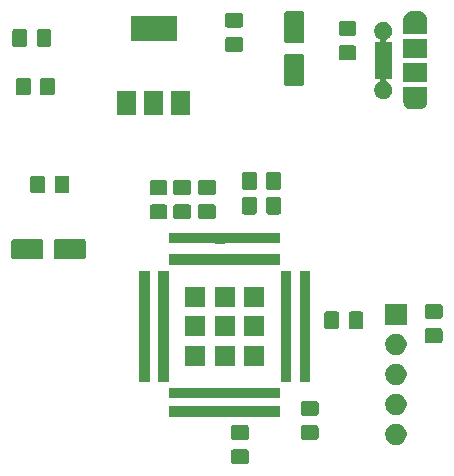
<source format=gbr>
G04 #@! TF.GenerationSoftware,KiCad,Pcbnew,(5.1.5)-3*
G04 #@! TF.CreationDate,2020-02-03T12:38:55+01:00*
G04 #@! TF.ProjectId,Lab_1,4c61625f-312e-46b6-9963-61645f706362,rev?*
G04 #@! TF.SameCoordinates,Original*
G04 #@! TF.FileFunction,Soldermask,Top*
G04 #@! TF.FilePolarity,Negative*
%FSLAX46Y46*%
G04 Gerber Fmt 4.6, Leading zero omitted, Abs format (unit mm)*
G04 Created by KiCad (PCBNEW (5.1.5)-3) date 2020-02-03 12:38:55*
%MOMM*%
%LPD*%
G04 APERTURE LIST*
%ADD10C,0.100000*%
G04 APERTURE END LIST*
D10*
G36*
X467788674Y-22128465D02*
G01*
X467826367Y-22139899D01*
X467861103Y-22158466D01*
X467891548Y-22183452D01*
X467916534Y-22213897D01*
X467935101Y-22248633D01*
X467946535Y-22286326D01*
X467951000Y-22331661D01*
X467951000Y-23168339D01*
X467946535Y-23213674D01*
X467935101Y-23251367D01*
X467916534Y-23286103D01*
X467891548Y-23316548D01*
X467861103Y-23341534D01*
X467826367Y-23360101D01*
X467788674Y-23371535D01*
X467743339Y-23376000D01*
X466656661Y-23376000D01*
X466611326Y-23371535D01*
X466573633Y-23360101D01*
X466538897Y-23341534D01*
X466508452Y-23316548D01*
X466483466Y-23286103D01*
X466464899Y-23251367D01*
X466453465Y-23213674D01*
X466449000Y-23168339D01*
X466449000Y-22331661D01*
X466453465Y-22286326D01*
X466464899Y-22248633D01*
X466483466Y-22213897D01*
X466508452Y-22183452D01*
X466538897Y-22158466D01*
X466573633Y-22139899D01*
X466611326Y-22128465D01*
X466656661Y-22124000D01*
X467743339Y-22124000D01*
X467788674Y-22128465D01*
G37*
G36*
X480513512Y-19963927D02*
G01*
X480662812Y-19993624D01*
X480826784Y-20061544D01*
X480974354Y-20160147D01*
X481099853Y-20285646D01*
X481198456Y-20433216D01*
X481266376Y-20597188D01*
X481301000Y-20771259D01*
X481301000Y-20948741D01*
X481266376Y-21122812D01*
X481198456Y-21286784D01*
X481099853Y-21434354D01*
X480974354Y-21559853D01*
X480826784Y-21658456D01*
X480662812Y-21726376D01*
X480513512Y-21756073D01*
X480488742Y-21761000D01*
X480311258Y-21761000D01*
X480286488Y-21756073D01*
X480137188Y-21726376D01*
X479973216Y-21658456D01*
X479825646Y-21559853D01*
X479700147Y-21434354D01*
X479601544Y-21286784D01*
X479533624Y-21122812D01*
X479499000Y-20948741D01*
X479499000Y-20771259D01*
X479533624Y-20597188D01*
X479601544Y-20433216D01*
X479700147Y-20285646D01*
X479825646Y-20160147D01*
X479973216Y-20061544D01*
X480137188Y-19993624D01*
X480286488Y-19963927D01*
X480311258Y-19959000D01*
X480488742Y-19959000D01*
X480513512Y-19963927D01*
G37*
G36*
X473688674Y-20078465D02*
G01*
X473726367Y-20089899D01*
X473761103Y-20108466D01*
X473791548Y-20133452D01*
X473816534Y-20163897D01*
X473835101Y-20198633D01*
X473846535Y-20236326D01*
X473851000Y-20281661D01*
X473851000Y-21118339D01*
X473846535Y-21163674D01*
X473835101Y-21201367D01*
X473816534Y-21236103D01*
X473791548Y-21266548D01*
X473761103Y-21291534D01*
X473726367Y-21310101D01*
X473688674Y-21321535D01*
X473643339Y-21326000D01*
X472556661Y-21326000D01*
X472511326Y-21321535D01*
X472473633Y-21310101D01*
X472438897Y-21291534D01*
X472408452Y-21266548D01*
X472383466Y-21236103D01*
X472364899Y-21201367D01*
X472353465Y-21163674D01*
X472349000Y-21118339D01*
X472349000Y-20281661D01*
X472353465Y-20236326D01*
X472364899Y-20198633D01*
X472383466Y-20163897D01*
X472408452Y-20133452D01*
X472438897Y-20108466D01*
X472473633Y-20089899D01*
X472511326Y-20078465D01*
X472556661Y-20074000D01*
X473643339Y-20074000D01*
X473688674Y-20078465D01*
G37*
G36*
X467788674Y-20078465D02*
G01*
X467826367Y-20089899D01*
X467861103Y-20108466D01*
X467891548Y-20133452D01*
X467916534Y-20163897D01*
X467935101Y-20198633D01*
X467946535Y-20236326D01*
X467951000Y-20281661D01*
X467951000Y-21118339D01*
X467946535Y-21163674D01*
X467935101Y-21201367D01*
X467916534Y-21236103D01*
X467891548Y-21266548D01*
X467861103Y-21291534D01*
X467826367Y-21310101D01*
X467788674Y-21321535D01*
X467743339Y-21326000D01*
X466656661Y-21326000D01*
X466611326Y-21321535D01*
X466573633Y-21310101D01*
X466538897Y-21291534D01*
X466508452Y-21266548D01*
X466483466Y-21236103D01*
X466464899Y-21201367D01*
X466453465Y-21163674D01*
X466449000Y-21118339D01*
X466449000Y-20281661D01*
X466453465Y-20236326D01*
X466464899Y-20198633D01*
X466483466Y-20163897D01*
X466508452Y-20133452D01*
X466538897Y-20108466D01*
X466573633Y-20089899D01*
X466611326Y-20078465D01*
X466656661Y-20074000D01*
X467743339Y-20074000D01*
X467788674Y-20078465D01*
G37*
G36*
X470602044Y-19395333D02*
G01*
X461200044Y-19395333D01*
X461200044Y-18493333D01*
X470602044Y-18493333D01*
X470602044Y-19395333D01*
G37*
G36*
X473688674Y-18028465D02*
G01*
X473726367Y-18039899D01*
X473761103Y-18058466D01*
X473791548Y-18083452D01*
X473816534Y-18113897D01*
X473835101Y-18148633D01*
X473846535Y-18186326D01*
X473851000Y-18231661D01*
X473851000Y-19068339D01*
X473846535Y-19113674D01*
X473835101Y-19151367D01*
X473816534Y-19186103D01*
X473791548Y-19216548D01*
X473761103Y-19241534D01*
X473726367Y-19260101D01*
X473688674Y-19271535D01*
X473643339Y-19276000D01*
X472556661Y-19276000D01*
X472511326Y-19271535D01*
X472473633Y-19260101D01*
X472438897Y-19241534D01*
X472408452Y-19216548D01*
X472383466Y-19186103D01*
X472364899Y-19151367D01*
X472353465Y-19113674D01*
X472349000Y-19068339D01*
X472349000Y-18231661D01*
X472353465Y-18186326D01*
X472364899Y-18148633D01*
X472383466Y-18113897D01*
X472408452Y-18083452D01*
X472438897Y-18058466D01*
X472473633Y-18039899D01*
X472511326Y-18028465D01*
X472556661Y-18024000D01*
X473643339Y-18024000D01*
X473688674Y-18028465D01*
G37*
G36*
X480513512Y-17423927D02*
G01*
X480662812Y-17453624D01*
X480826784Y-17521544D01*
X480974354Y-17620147D01*
X481099853Y-17745646D01*
X481198456Y-17893216D01*
X481266376Y-18057188D01*
X481301000Y-18231259D01*
X481301000Y-18408741D01*
X481266376Y-18582812D01*
X481198456Y-18746784D01*
X481099853Y-18894354D01*
X480974354Y-19019853D01*
X480826784Y-19118456D01*
X480662812Y-19186376D01*
X480513512Y-19216073D01*
X480488742Y-19221000D01*
X480311258Y-19221000D01*
X480286488Y-19216073D01*
X480137188Y-19186376D01*
X479973216Y-19118456D01*
X479825646Y-19019853D01*
X479700147Y-18894354D01*
X479601544Y-18746784D01*
X479533624Y-18582812D01*
X479499000Y-18408741D01*
X479499000Y-18231259D01*
X479533624Y-18057188D01*
X479601544Y-17893216D01*
X479700147Y-17745646D01*
X479825646Y-17620147D01*
X479973216Y-17521544D01*
X480137188Y-17453624D01*
X480286488Y-17423927D01*
X480311258Y-17419000D01*
X480488742Y-17419000D01*
X480513512Y-17423927D01*
G37*
G36*
X470601000Y-17801000D02*
G01*
X461199000Y-17801000D01*
X461199000Y-16899000D01*
X470601000Y-16899000D01*
X470601000Y-17801000D01*
G37*
G36*
X480513512Y-14883927D02*
G01*
X480662812Y-14913624D01*
X480826784Y-14981544D01*
X480974354Y-15080147D01*
X481099853Y-15205646D01*
X481198456Y-15353216D01*
X481266376Y-15517188D01*
X481301000Y-15691259D01*
X481301000Y-15868741D01*
X481266376Y-16042812D01*
X481198456Y-16206784D01*
X481099853Y-16354354D01*
X480974354Y-16479853D01*
X480826784Y-16578456D01*
X480662812Y-16646376D01*
X480513512Y-16676073D01*
X480488742Y-16681000D01*
X480311258Y-16681000D01*
X480286488Y-16676073D01*
X480137188Y-16646376D01*
X479973216Y-16578456D01*
X479825646Y-16479853D01*
X479700147Y-16354354D01*
X479601544Y-16206784D01*
X479533624Y-16042812D01*
X479499000Y-15868741D01*
X479499000Y-15691259D01*
X479533624Y-15517188D01*
X479601544Y-15353216D01*
X479700147Y-15205646D01*
X479825646Y-15080147D01*
X479973216Y-14981544D01*
X480137188Y-14913624D01*
X480286488Y-14883927D01*
X480311258Y-14879000D01*
X480488742Y-14879000D01*
X480513512Y-14883927D01*
G37*
G36*
X459561000Y-16401000D02*
G01*
X458659000Y-16401000D01*
X458659000Y-6999000D01*
X459561000Y-6999000D01*
X459561000Y-16401000D01*
G37*
G36*
X461151000Y-16401000D02*
G01*
X460249000Y-16401000D01*
X460249000Y-6999000D01*
X461151000Y-6999000D01*
X461151000Y-16401000D01*
G37*
G36*
X473151000Y-16401000D02*
G01*
X472249000Y-16401000D01*
X472249000Y-6999000D01*
X473151000Y-6999000D01*
X473151000Y-16401000D01*
G37*
G36*
X471551000Y-16401000D02*
G01*
X470649000Y-16401000D01*
X470649000Y-6999000D01*
X471551000Y-6999000D01*
X471551000Y-16401000D01*
G37*
G36*
X466751000Y-15051000D02*
G01*
X465049000Y-15051000D01*
X465049000Y-13349000D01*
X466751000Y-13349000D01*
X466751000Y-15051000D01*
G37*
G36*
X469251000Y-15051000D02*
G01*
X467549000Y-15051000D01*
X467549000Y-13349000D01*
X469251000Y-13349000D01*
X469251000Y-15051000D01*
G37*
G36*
X464251000Y-15051000D02*
G01*
X462549000Y-15051000D01*
X462549000Y-13349000D01*
X464251000Y-13349000D01*
X464251000Y-15051000D01*
G37*
G36*
X480513512Y-12343927D02*
G01*
X480662812Y-12373624D01*
X480826784Y-12441544D01*
X480974354Y-12540147D01*
X481099853Y-12665646D01*
X481198456Y-12813216D01*
X481266376Y-12977188D01*
X481301000Y-13151259D01*
X481301000Y-13328741D01*
X481266376Y-13502812D01*
X481198456Y-13666784D01*
X481099853Y-13814354D01*
X480974354Y-13939853D01*
X480826784Y-14038456D01*
X480662812Y-14106376D01*
X480513512Y-14136073D01*
X480488742Y-14141000D01*
X480311258Y-14141000D01*
X480286488Y-14136073D01*
X480137188Y-14106376D01*
X479973216Y-14038456D01*
X479825646Y-13939853D01*
X479700147Y-13814354D01*
X479601544Y-13666784D01*
X479533624Y-13502812D01*
X479499000Y-13328741D01*
X479499000Y-13151259D01*
X479533624Y-12977188D01*
X479601544Y-12813216D01*
X479700147Y-12665646D01*
X479825646Y-12540147D01*
X479973216Y-12441544D01*
X480137188Y-12373624D01*
X480286488Y-12343927D01*
X480311258Y-12339000D01*
X480488742Y-12339000D01*
X480513512Y-12343927D01*
G37*
G36*
X484188674Y-11878465D02*
G01*
X484226367Y-11889899D01*
X484261103Y-11908466D01*
X484291548Y-11933452D01*
X484316534Y-11963897D01*
X484335101Y-11998633D01*
X484346535Y-12036326D01*
X484351000Y-12081661D01*
X484351000Y-12918339D01*
X484346535Y-12963674D01*
X484335101Y-13001367D01*
X484316534Y-13036103D01*
X484291548Y-13066548D01*
X484261103Y-13091534D01*
X484226367Y-13110101D01*
X484188674Y-13121535D01*
X484143339Y-13126000D01*
X483056661Y-13126000D01*
X483011326Y-13121535D01*
X482973633Y-13110101D01*
X482938897Y-13091534D01*
X482908452Y-13066548D01*
X482883466Y-13036103D01*
X482864899Y-13001367D01*
X482853465Y-12963674D01*
X482849000Y-12918339D01*
X482849000Y-12081661D01*
X482853465Y-12036326D01*
X482864899Y-11998633D01*
X482883466Y-11963897D01*
X482908452Y-11933452D01*
X482938897Y-11908466D01*
X482973633Y-11889899D01*
X483011326Y-11878465D01*
X483056661Y-11874000D01*
X484143339Y-11874000D01*
X484188674Y-11878465D01*
G37*
G36*
X469251000Y-12551000D02*
G01*
X467549000Y-12551000D01*
X467549000Y-10849000D01*
X469251000Y-10849000D01*
X469251000Y-12551000D01*
G37*
G36*
X466751000Y-12551000D02*
G01*
X465049000Y-12551000D01*
X465049000Y-10849000D01*
X466751000Y-10849000D01*
X466751000Y-12551000D01*
G37*
G36*
X464251000Y-12551000D02*
G01*
X462549000Y-12551000D01*
X462549000Y-10849000D01*
X464251000Y-10849000D01*
X464251000Y-12551000D01*
G37*
G36*
X475438674Y-10453465D02*
G01*
X475476367Y-10464899D01*
X475511103Y-10483466D01*
X475541548Y-10508452D01*
X475566534Y-10538897D01*
X475585101Y-10573633D01*
X475596535Y-10611326D01*
X475601000Y-10656661D01*
X475601000Y-11743339D01*
X475596535Y-11788674D01*
X475585101Y-11826367D01*
X475566534Y-11861103D01*
X475541548Y-11891548D01*
X475511103Y-11916534D01*
X475476367Y-11935101D01*
X475438674Y-11946535D01*
X475393339Y-11951000D01*
X474556661Y-11951000D01*
X474511326Y-11946535D01*
X474473633Y-11935101D01*
X474438897Y-11916534D01*
X474408452Y-11891548D01*
X474383466Y-11861103D01*
X474364899Y-11826367D01*
X474353465Y-11788674D01*
X474349000Y-11743339D01*
X474349000Y-10656661D01*
X474353465Y-10611326D01*
X474364899Y-10573633D01*
X474383466Y-10538897D01*
X474408452Y-10508452D01*
X474438897Y-10483466D01*
X474473633Y-10464899D01*
X474511326Y-10453465D01*
X474556661Y-10449000D01*
X475393339Y-10449000D01*
X475438674Y-10453465D01*
G37*
G36*
X477488674Y-10453465D02*
G01*
X477526367Y-10464899D01*
X477561103Y-10483466D01*
X477591548Y-10508452D01*
X477616534Y-10538897D01*
X477635101Y-10573633D01*
X477646535Y-10611326D01*
X477651000Y-10656661D01*
X477651000Y-11743339D01*
X477646535Y-11788674D01*
X477635101Y-11826367D01*
X477616534Y-11861103D01*
X477591548Y-11891548D01*
X477561103Y-11916534D01*
X477526367Y-11935101D01*
X477488674Y-11946535D01*
X477443339Y-11951000D01*
X476606661Y-11951000D01*
X476561326Y-11946535D01*
X476523633Y-11935101D01*
X476488897Y-11916534D01*
X476458452Y-11891548D01*
X476433466Y-11861103D01*
X476414899Y-11826367D01*
X476403465Y-11788674D01*
X476399000Y-11743339D01*
X476399000Y-10656661D01*
X476403465Y-10611326D01*
X476414899Y-10573633D01*
X476433466Y-10538897D01*
X476458452Y-10508452D01*
X476488897Y-10483466D01*
X476523633Y-10464899D01*
X476561326Y-10453465D01*
X476606661Y-10449000D01*
X477443339Y-10449000D01*
X477488674Y-10453465D01*
G37*
G36*
X481301000Y-11601000D02*
G01*
X479499000Y-11601000D01*
X479499000Y-9799000D01*
X481301000Y-9799000D01*
X481301000Y-11601000D01*
G37*
G36*
X484188674Y-9828465D02*
G01*
X484226367Y-9839899D01*
X484261103Y-9858466D01*
X484291548Y-9883452D01*
X484316534Y-9913897D01*
X484335101Y-9948633D01*
X484346535Y-9986326D01*
X484351000Y-10031661D01*
X484351000Y-10868339D01*
X484346535Y-10913674D01*
X484335101Y-10951367D01*
X484316534Y-10986103D01*
X484291548Y-11016548D01*
X484261103Y-11041534D01*
X484226367Y-11060101D01*
X484188674Y-11071535D01*
X484143339Y-11076000D01*
X483056661Y-11076000D01*
X483011326Y-11071535D01*
X482973633Y-11060101D01*
X482938897Y-11041534D01*
X482908452Y-11016548D01*
X482883466Y-10986103D01*
X482864899Y-10951367D01*
X482853465Y-10913674D01*
X482849000Y-10868339D01*
X482849000Y-10031661D01*
X482853465Y-9986326D01*
X482864899Y-9948633D01*
X482883466Y-9913897D01*
X482908452Y-9883452D01*
X482938897Y-9858466D01*
X482973633Y-9839899D01*
X483011326Y-9828465D01*
X483056661Y-9824000D01*
X484143339Y-9824000D01*
X484188674Y-9828465D01*
G37*
G36*
X464251000Y-10051000D02*
G01*
X462549000Y-10051000D01*
X462549000Y-8349000D01*
X464251000Y-8349000D01*
X464251000Y-10051000D01*
G37*
G36*
X466751000Y-10051000D02*
G01*
X465049000Y-10051000D01*
X465049000Y-8349000D01*
X466751000Y-8349000D01*
X466751000Y-10051000D01*
G37*
G36*
X469251000Y-10051000D02*
G01*
X467549000Y-10051000D01*
X467549000Y-8349000D01*
X469251000Y-8349000D01*
X469251000Y-10051000D01*
G37*
G36*
X470601000Y-6501000D02*
G01*
X461199000Y-6501000D01*
X461199000Y-5599000D01*
X470601000Y-5599000D01*
X470601000Y-6501000D01*
G37*
G36*
X454005997Y-4353051D02*
G01*
X454039652Y-4363261D01*
X454070665Y-4379838D01*
X454097851Y-4402149D01*
X454120162Y-4429335D01*
X454136739Y-4460348D01*
X454146949Y-4494003D01*
X454151000Y-4535138D01*
X454151000Y-5864862D01*
X454146949Y-5905997D01*
X454136739Y-5939652D01*
X454120162Y-5970665D01*
X454097851Y-5997851D01*
X454070665Y-6020162D01*
X454039652Y-6036739D01*
X454005997Y-6046949D01*
X453964862Y-6051000D01*
X451635138Y-6051000D01*
X451594003Y-6046949D01*
X451560348Y-6036739D01*
X451529335Y-6020162D01*
X451502149Y-5997851D01*
X451479838Y-5970665D01*
X451463261Y-5939652D01*
X451453051Y-5905997D01*
X451449000Y-5864862D01*
X451449000Y-4535138D01*
X451453051Y-4494003D01*
X451463261Y-4460348D01*
X451479838Y-4429335D01*
X451502149Y-4402149D01*
X451529335Y-4379838D01*
X451560348Y-4363261D01*
X451594003Y-4353051D01*
X451635138Y-4349000D01*
X453964862Y-4349000D01*
X454005997Y-4353051D01*
G37*
G36*
X450405997Y-4353051D02*
G01*
X450439652Y-4363261D01*
X450470665Y-4379838D01*
X450497851Y-4402149D01*
X450520162Y-4429335D01*
X450536739Y-4460348D01*
X450546949Y-4494003D01*
X450551000Y-4535138D01*
X450551000Y-5864862D01*
X450546949Y-5905997D01*
X450536739Y-5939652D01*
X450520162Y-5970665D01*
X450497851Y-5997851D01*
X450470665Y-6020162D01*
X450439652Y-6036739D01*
X450405997Y-6046949D01*
X450364862Y-6051000D01*
X448035138Y-6051000D01*
X447994003Y-6046949D01*
X447960348Y-6036739D01*
X447929335Y-6020162D01*
X447902149Y-5997851D01*
X447879838Y-5970665D01*
X447863261Y-5939652D01*
X447853051Y-5905997D01*
X447849000Y-5864862D01*
X447849000Y-4535138D01*
X447853051Y-4494003D01*
X447863261Y-4460348D01*
X447879838Y-4429335D01*
X447902149Y-4402149D01*
X447929335Y-4379838D01*
X447960348Y-4363261D01*
X447994003Y-4353051D01*
X448035138Y-4349000D01*
X450364862Y-4349000D01*
X450405997Y-4353051D01*
G37*
G36*
X465078164Y-3799485D02*
G01*
X465101613Y-3806598D01*
X465125999Y-3809000D01*
X465874001Y-3809000D01*
X465898387Y-3806598D01*
X465921836Y-3799485D01*
X465922743Y-3799000D01*
X470601000Y-3799000D01*
X470601000Y-4701000D01*
X465925999Y-4701000D01*
X465901613Y-4703402D01*
X465878164Y-4710515D01*
X465877257Y-4711000D01*
X465122743Y-4711000D01*
X465121836Y-4710515D01*
X465098387Y-4703402D01*
X465074001Y-4701000D01*
X461199000Y-4701000D01*
X461199000Y-3799000D01*
X465077257Y-3799000D01*
X465078164Y-3799485D01*
G37*
G36*
X460888674Y-1403465D02*
G01*
X460926367Y-1414899D01*
X460961103Y-1433466D01*
X460991548Y-1458452D01*
X461016534Y-1488897D01*
X461035101Y-1523633D01*
X461046535Y-1561326D01*
X461051000Y-1606661D01*
X461051000Y-2443339D01*
X461046535Y-2488674D01*
X461035101Y-2526367D01*
X461016534Y-2561103D01*
X460991548Y-2591548D01*
X460961103Y-2616534D01*
X460926367Y-2635101D01*
X460888674Y-2646535D01*
X460843339Y-2651000D01*
X459756661Y-2651000D01*
X459711326Y-2646535D01*
X459673633Y-2635101D01*
X459638897Y-2616534D01*
X459608452Y-2591548D01*
X459583466Y-2561103D01*
X459564899Y-2526367D01*
X459553465Y-2488674D01*
X459549000Y-2443339D01*
X459549000Y-1606661D01*
X459553465Y-1561326D01*
X459564899Y-1523633D01*
X459583466Y-1488897D01*
X459608452Y-1458452D01*
X459638897Y-1433466D01*
X459673633Y-1414899D01*
X459711326Y-1403465D01*
X459756661Y-1399000D01*
X460843339Y-1399000D01*
X460888674Y-1403465D01*
G37*
G36*
X464988674Y-1378465D02*
G01*
X465026367Y-1389899D01*
X465061103Y-1408466D01*
X465091548Y-1433452D01*
X465116534Y-1463897D01*
X465135101Y-1498633D01*
X465146535Y-1536326D01*
X465151000Y-1581661D01*
X465151000Y-2418339D01*
X465146535Y-2463674D01*
X465135101Y-2501367D01*
X465116534Y-2536103D01*
X465091548Y-2566548D01*
X465061103Y-2591534D01*
X465026367Y-2610101D01*
X464988674Y-2621535D01*
X464943339Y-2626000D01*
X463856661Y-2626000D01*
X463811326Y-2621535D01*
X463773633Y-2610101D01*
X463738897Y-2591534D01*
X463708452Y-2566548D01*
X463683466Y-2536103D01*
X463664899Y-2501367D01*
X463653465Y-2463674D01*
X463649000Y-2418339D01*
X463649000Y-1581661D01*
X463653465Y-1536326D01*
X463664899Y-1498633D01*
X463683466Y-1463897D01*
X463708452Y-1433452D01*
X463738897Y-1408466D01*
X463773633Y-1389899D01*
X463811326Y-1378465D01*
X463856661Y-1374000D01*
X464943339Y-1374000D01*
X464988674Y-1378465D01*
G37*
G36*
X462888674Y-1378465D02*
G01*
X462926367Y-1389899D01*
X462961103Y-1408466D01*
X462991548Y-1433452D01*
X463016534Y-1463897D01*
X463035101Y-1498633D01*
X463046535Y-1536326D01*
X463051000Y-1581661D01*
X463051000Y-2418339D01*
X463046535Y-2463674D01*
X463035101Y-2501367D01*
X463016534Y-2536103D01*
X462991548Y-2566548D01*
X462961103Y-2591534D01*
X462926367Y-2610101D01*
X462888674Y-2621535D01*
X462843339Y-2626000D01*
X461756661Y-2626000D01*
X461711326Y-2621535D01*
X461673633Y-2610101D01*
X461638897Y-2591534D01*
X461608452Y-2566548D01*
X461583466Y-2536103D01*
X461564899Y-2501367D01*
X461553465Y-2463674D01*
X461549000Y-2418339D01*
X461549000Y-1581661D01*
X461553465Y-1536326D01*
X461564899Y-1498633D01*
X461583466Y-1463897D01*
X461608452Y-1433452D01*
X461638897Y-1408466D01*
X461673633Y-1389899D01*
X461711326Y-1378465D01*
X461756661Y-1374000D01*
X462843339Y-1374000D01*
X462888674Y-1378465D01*
G37*
G36*
X468463674Y-753465D02*
G01*
X468501367Y-764899D01*
X468536103Y-783466D01*
X468566548Y-808452D01*
X468591534Y-838897D01*
X468610101Y-873633D01*
X468621535Y-911326D01*
X468626000Y-956661D01*
X468626000Y-2043339D01*
X468621535Y-2088674D01*
X468610101Y-2126367D01*
X468591534Y-2161103D01*
X468566548Y-2191548D01*
X468536103Y-2216534D01*
X468501367Y-2235101D01*
X468463674Y-2246535D01*
X468418339Y-2251000D01*
X467581661Y-2251000D01*
X467536326Y-2246535D01*
X467498633Y-2235101D01*
X467463897Y-2216534D01*
X467433452Y-2191548D01*
X467408466Y-2161103D01*
X467389899Y-2126367D01*
X467378465Y-2088674D01*
X467374000Y-2043339D01*
X467374000Y-956661D01*
X467378465Y-911326D01*
X467389899Y-873633D01*
X467408466Y-838897D01*
X467433452Y-808452D01*
X467463897Y-783466D01*
X467498633Y-764899D01*
X467536326Y-753465D01*
X467581661Y-749000D01*
X468418339Y-749000D01*
X468463674Y-753465D01*
G37*
G36*
X470513674Y-753465D02*
G01*
X470551367Y-764899D01*
X470586103Y-783466D01*
X470616548Y-808452D01*
X470641534Y-838897D01*
X470660101Y-873633D01*
X470671535Y-911326D01*
X470676000Y-956661D01*
X470676000Y-2043339D01*
X470671535Y-2088674D01*
X470660101Y-2126367D01*
X470641534Y-2161103D01*
X470616548Y-2191548D01*
X470586103Y-2216534D01*
X470551367Y-2235101D01*
X470513674Y-2246535D01*
X470468339Y-2251000D01*
X469631661Y-2251000D01*
X469586326Y-2246535D01*
X469548633Y-2235101D01*
X469513897Y-2216534D01*
X469483452Y-2191548D01*
X469458466Y-2161103D01*
X469439899Y-2126367D01*
X469428465Y-2088674D01*
X469424000Y-2043339D01*
X469424000Y-956661D01*
X469428465Y-911326D01*
X469439899Y-873633D01*
X469458466Y-838897D01*
X469483452Y-808452D01*
X469513897Y-783466D01*
X469548633Y-764899D01*
X469586326Y-753465D01*
X469631661Y-749000D01*
X470468339Y-749000D01*
X470513674Y-753465D01*
G37*
G36*
X460888674Y646535D02*
G01*
X460926367Y635101D01*
X460961103Y616534D01*
X460991548Y591548D01*
X461016534Y561103D01*
X461035101Y526367D01*
X461046535Y488674D01*
X461051000Y443339D01*
X461051000Y-393339D01*
X461046535Y-438674D01*
X461035101Y-476367D01*
X461016534Y-511103D01*
X460991548Y-541548D01*
X460961103Y-566534D01*
X460926367Y-585101D01*
X460888674Y-596535D01*
X460843339Y-601000D01*
X459756661Y-601000D01*
X459711326Y-596535D01*
X459673633Y-585101D01*
X459638897Y-566534D01*
X459608452Y-541548D01*
X459583466Y-511103D01*
X459564899Y-476367D01*
X459553465Y-438674D01*
X459549000Y-393339D01*
X459549000Y443339D01*
X459553465Y488674D01*
X459564899Y526367D01*
X459583466Y561103D01*
X459608452Y591548D01*
X459638897Y616534D01*
X459673633Y635101D01*
X459711326Y646535D01*
X459756661Y651000D01*
X460843339Y651000D01*
X460888674Y646535D01*
G37*
G36*
X462888674Y671535D02*
G01*
X462926367Y660101D01*
X462961103Y641534D01*
X462991548Y616548D01*
X463016534Y586103D01*
X463035101Y551367D01*
X463046535Y513674D01*
X463051000Y468339D01*
X463051000Y-368339D01*
X463046535Y-413674D01*
X463035101Y-451367D01*
X463016534Y-486103D01*
X462991548Y-516548D01*
X462961103Y-541534D01*
X462926367Y-560101D01*
X462888674Y-571535D01*
X462843339Y-576000D01*
X461756661Y-576000D01*
X461711326Y-571535D01*
X461673633Y-560101D01*
X461638897Y-541534D01*
X461608452Y-516548D01*
X461583466Y-486103D01*
X461564899Y-451367D01*
X461553465Y-413674D01*
X461549000Y-368339D01*
X461549000Y468339D01*
X461553465Y513674D01*
X461564899Y551367D01*
X461583466Y586103D01*
X461608452Y616548D01*
X461638897Y641534D01*
X461673633Y660101D01*
X461711326Y671535D01*
X461756661Y676000D01*
X462843339Y676000D01*
X462888674Y671535D01*
G37*
G36*
X464988674Y671535D02*
G01*
X465026367Y660101D01*
X465061103Y641534D01*
X465091548Y616548D01*
X465116534Y586103D01*
X465135101Y551367D01*
X465146535Y513674D01*
X465151000Y468339D01*
X465151000Y-368339D01*
X465146535Y-413674D01*
X465135101Y-451367D01*
X465116534Y-486103D01*
X465091548Y-516548D01*
X465061103Y-541534D01*
X465026367Y-560101D01*
X464988674Y-571535D01*
X464943339Y-576000D01*
X463856661Y-576000D01*
X463811326Y-571535D01*
X463773633Y-560101D01*
X463738897Y-541534D01*
X463708452Y-516548D01*
X463683466Y-486103D01*
X463664899Y-451367D01*
X463653465Y-413674D01*
X463649000Y-368339D01*
X463649000Y468339D01*
X463653465Y513674D01*
X463664899Y551367D01*
X463683466Y586103D01*
X463708452Y616548D01*
X463738897Y641534D01*
X463773633Y660101D01*
X463811326Y671535D01*
X463856661Y676000D01*
X464943339Y676000D01*
X464988674Y671535D01*
G37*
G36*
X450538674Y1046535D02*
G01*
X450576367Y1035101D01*
X450611103Y1016534D01*
X450641548Y991548D01*
X450666534Y961103D01*
X450685101Y926367D01*
X450696535Y888674D01*
X450701000Y843339D01*
X450701000Y-243339D01*
X450696535Y-288674D01*
X450685101Y-326367D01*
X450666534Y-361103D01*
X450641548Y-391548D01*
X450611103Y-416534D01*
X450576367Y-435101D01*
X450538674Y-446535D01*
X450493339Y-451000D01*
X449656661Y-451000D01*
X449611326Y-446535D01*
X449573633Y-435101D01*
X449538897Y-416534D01*
X449508452Y-391548D01*
X449483466Y-361103D01*
X449464899Y-326367D01*
X449453465Y-288674D01*
X449449000Y-243339D01*
X449449000Y843339D01*
X449453465Y888674D01*
X449464899Y926367D01*
X449483466Y961103D01*
X449508452Y991548D01*
X449538897Y1016534D01*
X449573633Y1035101D01*
X449611326Y1046535D01*
X449656661Y1051000D01*
X450493339Y1051000D01*
X450538674Y1046535D01*
G37*
G36*
X452588674Y1046535D02*
G01*
X452626367Y1035101D01*
X452661103Y1016534D01*
X452691548Y991548D01*
X452716534Y961103D01*
X452735101Y926367D01*
X452746535Y888674D01*
X452751000Y843339D01*
X452751000Y-243339D01*
X452746535Y-288674D01*
X452735101Y-326367D01*
X452716534Y-361103D01*
X452691548Y-391548D01*
X452661103Y-416534D01*
X452626367Y-435101D01*
X452588674Y-446535D01*
X452543339Y-451000D01*
X451706661Y-451000D01*
X451661326Y-446535D01*
X451623633Y-435101D01*
X451588897Y-416534D01*
X451558452Y-391548D01*
X451533466Y-361103D01*
X451514899Y-326367D01*
X451503465Y-288674D01*
X451499000Y-243339D01*
X451499000Y843339D01*
X451503465Y888674D01*
X451514899Y926367D01*
X451533466Y961103D01*
X451558452Y991548D01*
X451588897Y1016534D01*
X451623633Y1035101D01*
X451661326Y1046535D01*
X451706661Y1051000D01*
X452543339Y1051000D01*
X452588674Y1046535D01*
G37*
G36*
X468463674Y1346535D02*
G01*
X468501367Y1335101D01*
X468536103Y1316534D01*
X468566548Y1291548D01*
X468591534Y1261103D01*
X468610101Y1226367D01*
X468621535Y1188674D01*
X468626000Y1143339D01*
X468626000Y56661D01*
X468621535Y11326D01*
X468610101Y-26367D01*
X468591534Y-61103D01*
X468566548Y-91548D01*
X468536103Y-116534D01*
X468501367Y-135101D01*
X468463674Y-146535D01*
X468418339Y-151000D01*
X467581661Y-151000D01*
X467536326Y-146535D01*
X467498633Y-135101D01*
X467463897Y-116534D01*
X467433452Y-91548D01*
X467408466Y-61103D01*
X467389899Y-26367D01*
X467378465Y11326D01*
X467374000Y56661D01*
X467374000Y1143339D01*
X467378465Y1188674D01*
X467389899Y1226367D01*
X467408466Y1261103D01*
X467433452Y1291548D01*
X467463897Y1316534D01*
X467498633Y1335101D01*
X467536326Y1346535D01*
X467581661Y1351000D01*
X468418339Y1351000D01*
X468463674Y1346535D01*
G37*
G36*
X470513674Y1346535D02*
G01*
X470551367Y1335101D01*
X470586103Y1316534D01*
X470616548Y1291548D01*
X470641534Y1261103D01*
X470660101Y1226367D01*
X470671535Y1188674D01*
X470676000Y1143339D01*
X470676000Y56661D01*
X470671535Y11326D01*
X470660101Y-26367D01*
X470641534Y-61103D01*
X470616548Y-91548D01*
X470586103Y-116534D01*
X470551367Y-135101D01*
X470513674Y-146535D01*
X470468339Y-151000D01*
X469631661Y-151000D01*
X469586326Y-146535D01*
X469548633Y-135101D01*
X469513897Y-116534D01*
X469483452Y-91548D01*
X469458466Y-61103D01*
X469439899Y-26367D01*
X469428465Y11326D01*
X469424000Y56661D01*
X469424000Y1143339D01*
X469428465Y1188674D01*
X469439899Y1226367D01*
X469458466Y1261103D01*
X469483452Y1291548D01*
X469513897Y1316534D01*
X469548633Y1335101D01*
X469586326Y1346535D01*
X469631661Y1351000D01*
X470468339Y1351000D01*
X470513674Y1346535D01*
G37*
G36*
X463001000Y6149000D02*
G01*
X461399000Y6149000D01*
X461399000Y8251000D01*
X463001000Y8251000D01*
X463001000Y6149000D01*
G37*
G36*
X460701000Y6149000D02*
G01*
X459099000Y6149000D01*
X459099000Y8251000D01*
X460701000Y8251000D01*
X460701000Y6149000D01*
G37*
G36*
X458401000Y6149000D02*
G01*
X456799000Y6149000D01*
X456799000Y8251000D01*
X458401000Y8251000D01*
X458401000Y6149000D01*
G37*
G36*
X483038500Y7338114D02*
G01*
X483039102Y7325862D01*
X483041649Y7300000D01*
X483039102Y7274138D01*
X483038500Y7261886D01*
X483038500Y7188594D01*
X483029543Y7171836D01*
X483025415Y7160299D01*
X482999632Y7075307D01*
X482991854Y7049664D01*
X482931406Y6936575D01*
X482850054Y6837446D01*
X482750925Y6756094D01*
X482637836Y6695646D01*
X482605904Y6685960D01*
X482515118Y6658420D01*
X482451355Y6652140D01*
X482419474Y6649000D01*
X481655526Y6649000D01*
X481623645Y6652140D01*
X481559882Y6658420D01*
X481469096Y6685960D01*
X481437164Y6695646D01*
X481324075Y6756094D01*
X481224946Y6837446D01*
X481143594Y6936575D01*
X481083146Y7049664D01*
X481075368Y7075307D01*
X481049587Y7160292D01*
X481040213Y7182925D01*
X481036500Y7188482D01*
X481036500Y7261886D01*
X481035898Y7274138D01*
X481033351Y7300000D01*
X481035898Y7325862D01*
X481036500Y7338114D01*
X481036500Y8551000D01*
X483038500Y8551000D01*
X483038500Y7338114D01*
G37*
G36*
X479563848Y14046180D02*
G01*
X479563850Y14046179D01*
X479563851Y14046179D01*
X479705074Y13987683D01*
X479705077Y13987681D01*
X479832169Y13902761D01*
X479940261Y13794669D01*
X480006883Y13694962D01*
X480025183Y13667574D01*
X480063942Y13574000D01*
X480083680Y13526348D01*
X480101830Y13435101D01*
X480113500Y13376429D01*
X480113500Y13223571D01*
X480083679Y13073649D01*
X480025183Y12932426D01*
X480025181Y12932423D01*
X479940261Y12805331D01*
X479832169Y12697239D01*
X479769010Y12655038D01*
X479705074Y12612317D01*
X479654772Y12591481D01*
X479633164Y12579932D01*
X479614222Y12564386D01*
X479598677Y12545444D01*
X479587126Y12523834D01*
X479580013Y12500385D01*
X479577611Y12475999D01*
X479580013Y12451613D01*
X479587126Y12428164D01*
X479598677Y12406553D01*
X479614223Y12387611D01*
X479633165Y12372066D01*
X479654775Y12360515D01*
X479678224Y12353402D01*
X479702610Y12351000D01*
X480063500Y12351000D01*
X480063500Y9249000D01*
X479702610Y9249000D01*
X479678224Y9246598D01*
X479654775Y9239485D01*
X479633164Y9227934D01*
X479614222Y9212389D01*
X479598677Y9193447D01*
X479587126Y9171836D01*
X479580013Y9148387D01*
X479577611Y9124001D01*
X479580013Y9099615D01*
X479587126Y9076166D01*
X479598677Y9054555D01*
X479614222Y9035613D01*
X479633164Y9020068D01*
X479654772Y9008519D01*
X479705074Y8987683D01*
X479705075Y8987682D01*
X479832169Y8902761D01*
X479940261Y8794669D01*
X480002081Y8702149D01*
X480025183Y8667574D01*
X480083679Y8526351D01*
X480113500Y8376429D01*
X480113500Y8223571D01*
X480083679Y8073649D01*
X480025183Y7932426D01*
X480025181Y7932423D01*
X479940261Y7805331D01*
X479832169Y7697239D01*
X479781564Y7663426D01*
X479705074Y7612317D01*
X479563851Y7553821D01*
X479563850Y7553821D01*
X479563848Y7553820D01*
X479413931Y7524000D01*
X479261069Y7524000D01*
X479111152Y7553820D01*
X479111150Y7553821D01*
X479111149Y7553821D01*
X478969926Y7612317D01*
X478893436Y7663426D01*
X478842831Y7697239D01*
X478734739Y7805331D01*
X478649819Y7932423D01*
X478649817Y7932426D01*
X478591321Y8073649D01*
X478561500Y8223571D01*
X478561500Y8376429D01*
X478591321Y8526351D01*
X478649817Y8667574D01*
X478672919Y8702149D01*
X478734739Y8794669D01*
X478842831Y8902761D01*
X478969925Y8987682D01*
X478969926Y8987683D01*
X479020228Y9008519D01*
X479041836Y9020068D01*
X479060778Y9035614D01*
X479076323Y9054556D01*
X479087874Y9076166D01*
X479094987Y9099615D01*
X479097389Y9124001D01*
X479094987Y9148387D01*
X479087874Y9171836D01*
X479076323Y9193447D01*
X479060777Y9212389D01*
X479041835Y9227934D01*
X479020225Y9239485D01*
X478996776Y9246598D01*
X478972390Y9249000D01*
X478611500Y9249000D01*
X478611500Y12351000D01*
X478972390Y12351000D01*
X478996776Y12353402D01*
X479020225Y12360515D01*
X479041836Y12372066D01*
X479060778Y12387611D01*
X479076323Y12406553D01*
X479087874Y12428164D01*
X479094987Y12451613D01*
X479097389Y12475999D01*
X479094987Y12500385D01*
X479087874Y12523834D01*
X479076323Y12545445D01*
X479060778Y12564387D01*
X479041836Y12579932D01*
X479020228Y12591481D01*
X478969926Y12612317D01*
X478905990Y12655038D01*
X478842831Y12697239D01*
X478734739Y12805331D01*
X478649819Y12932423D01*
X478649817Y12932426D01*
X478591321Y13073649D01*
X478561500Y13223571D01*
X478561500Y13376429D01*
X478573170Y13435101D01*
X478591320Y13526348D01*
X478611058Y13574000D01*
X478649817Y13667574D01*
X478668117Y13694962D01*
X478734739Y13794669D01*
X478842831Y13902761D01*
X478969923Y13987681D01*
X478969926Y13987683D01*
X479111149Y14046179D01*
X479111150Y14046179D01*
X479111152Y14046180D01*
X479261069Y14076000D01*
X479413931Y14076000D01*
X479563848Y14046180D01*
G37*
G36*
X449313674Y9346535D02*
G01*
X449351367Y9335101D01*
X449386103Y9316534D01*
X449416548Y9291548D01*
X449441534Y9261103D01*
X449460101Y9226367D01*
X449471535Y9188674D01*
X449476000Y9143339D01*
X449476000Y8056661D01*
X449471535Y8011326D01*
X449460101Y7973633D01*
X449441534Y7938897D01*
X449416548Y7908452D01*
X449386103Y7883466D01*
X449351367Y7864899D01*
X449313674Y7853465D01*
X449268339Y7849000D01*
X448431661Y7849000D01*
X448386326Y7853465D01*
X448348633Y7864899D01*
X448313897Y7883466D01*
X448283452Y7908452D01*
X448258466Y7938897D01*
X448239899Y7973633D01*
X448228465Y8011326D01*
X448224000Y8056661D01*
X448224000Y9143339D01*
X448228465Y9188674D01*
X448239899Y9226367D01*
X448258466Y9261103D01*
X448283452Y9291548D01*
X448313897Y9316534D01*
X448348633Y9335101D01*
X448386326Y9346535D01*
X448431661Y9351000D01*
X449268339Y9351000D01*
X449313674Y9346535D01*
G37*
G36*
X451363674Y9346535D02*
G01*
X451401367Y9335101D01*
X451436103Y9316534D01*
X451466548Y9291548D01*
X451491534Y9261103D01*
X451510101Y9226367D01*
X451521535Y9188674D01*
X451526000Y9143339D01*
X451526000Y8056661D01*
X451521535Y8011326D01*
X451510101Y7973633D01*
X451491534Y7938897D01*
X451466548Y7908452D01*
X451436103Y7883466D01*
X451401367Y7864899D01*
X451363674Y7853465D01*
X451318339Y7849000D01*
X450481661Y7849000D01*
X450436326Y7853465D01*
X450398633Y7864899D01*
X450363897Y7883466D01*
X450333452Y7908452D01*
X450308466Y7938897D01*
X450289899Y7973633D01*
X450278465Y8011326D01*
X450274000Y8056661D01*
X450274000Y9143339D01*
X450278465Y9188674D01*
X450289899Y9226367D01*
X450308466Y9261103D01*
X450333452Y9291548D01*
X450363897Y9316534D01*
X450398633Y9335101D01*
X450436326Y9346535D01*
X450481661Y9351000D01*
X451318339Y9351000D01*
X451363674Y9346535D01*
G37*
G36*
X472505997Y11346949D02*
G01*
X472539652Y11336739D01*
X472570665Y11320162D01*
X472597851Y11297851D01*
X472620162Y11270665D01*
X472636739Y11239652D01*
X472646949Y11205997D01*
X472651000Y11164862D01*
X472651000Y8835138D01*
X472646949Y8794003D01*
X472636739Y8760348D01*
X472620162Y8729335D01*
X472597851Y8702149D01*
X472570665Y8679838D01*
X472539652Y8663261D01*
X472505997Y8653051D01*
X472464862Y8649000D01*
X471135138Y8649000D01*
X471094003Y8653051D01*
X471060348Y8663261D01*
X471029335Y8679838D01*
X471002149Y8702149D01*
X470979838Y8729335D01*
X470963261Y8760348D01*
X470953051Y8794003D01*
X470949000Y8835138D01*
X470949000Y11164862D01*
X470953051Y11205997D01*
X470963261Y11239652D01*
X470979838Y11270665D01*
X471002149Y11297851D01*
X471029335Y11320162D01*
X471060348Y11336739D01*
X471094003Y11346949D01*
X471135138Y11351000D01*
X472464862Y11351000D01*
X472505997Y11346949D01*
G37*
G36*
X483038500Y8999000D02*
G01*
X481036500Y8999000D01*
X481036500Y10601000D01*
X483038500Y10601000D01*
X483038500Y8999000D01*
G37*
G36*
X476888674Y12071535D02*
G01*
X476926367Y12060101D01*
X476961103Y12041534D01*
X476991548Y12016548D01*
X477016534Y11986103D01*
X477035101Y11951367D01*
X477046535Y11913674D01*
X477051000Y11868339D01*
X477051000Y11031661D01*
X477046535Y10986326D01*
X477035101Y10948633D01*
X477016534Y10913897D01*
X476991548Y10883452D01*
X476961103Y10858466D01*
X476926367Y10839899D01*
X476888674Y10828465D01*
X476843339Y10824000D01*
X475756661Y10824000D01*
X475711326Y10828465D01*
X475673633Y10839899D01*
X475638897Y10858466D01*
X475608452Y10883452D01*
X475583466Y10913897D01*
X475564899Y10948633D01*
X475553465Y10986326D01*
X475549000Y11031661D01*
X475549000Y11868339D01*
X475553465Y11913674D01*
X475564899Y11951367D01*
X475583466Y11986103D01*
X475608452Y12016548D01*
X475638897Y12041534D01*
X475673633Y12060101D01*
X475711326Y12071535D01*
X475756661Y12076000D01*
X476843339Y12076000D01*
X476888674Y12071535D01*
G37*
G36*
X483038500Y10999000D02*
G01*
X481036500Y10999000D01*
X481036500Y12601000D01*
X483038500Y12601000D01*
X483038500Y10999000D01*
G37*
G36*
X467288674Y12771535D02*
G01*
X467326367Y12760101D01*
X467361103Y12741534D01*
X467391548Y12716548D01*
X467416534Y12686103D01*
X467435101Y12651367D01*
X467446535Y12613674D01*
X467451000Y12568339D01*
X467451000Y11731661D01*
X467446535Y11686326D01*
X467435101Y11648633D01*
X467416534Y11613897D01*
X467391548Y11583452D01*
X467361103Y11558466D01*
X467326367Y11539899D01*
X467288674Y11528465D01*
X467243339Y11524000D01*
X466156661Y11524000D01*
X466111326Y11528465D01*
X466073633Y11539899D01*
X466038897Y11558466D01*
X466008452Y11583452D01*
X465983466Y11613897D01*
X465964899Y11648633D01*
X465953465Y11686326D01*
X465949000Y11731661D01*
X465949000Y12568339D01*
X465953465Y12613674D01*
X465964899Y12651367D01*
X465983466Y12686103D01*
X466008452Y12716548D01*
X466038897Y12741534D01*
X466073633Y12760101D01*
X466111326Y12771535D01*
X466156661Y12776000D01*
X467243339Y12776000D01*
X467288674Y12771535D01*
G37*
G36*
X449013674Y13446535D02*
G01*
X449051367Y13435101D01*
X449086103Y13416534D01*
X449116548Y13391548D01*
X449141534Y13361103D01*
X449160101Y13326367D01*
X449171535Y13288674D01*
X449176000Y13243339D01*
X449176000Y12156661D01*
X449171535Y12111326D01*
X449160101Y12073633D01*
X449141534Y12038897D01*
X449116548Y12008452D01*
X449086103Y11983466D01*
X449051367Y11964899D01*
X449013674Y11953465D01*
X448968339Y11949000D01*
X448131661Y11949000D01*
X448086326Y11953465D01*
X448048633Y11964899D01*
X448013897Y11983466D01*
X447983452Y12008452D01*
X447958466Y12038897D01*
X447939899Y12073633D01*
X447928465Y12111326D01*
X447924000Y12156661D01*
X447924000Y13243339D01*
X447928465Y13288674D01*
X447939899Y13326367D01*
X447958466Y13361103D01*
X447983452Y13391548D01*
X448013897Y13416534D01*
X448048633Y13435101D01*
X448086326Y13446535D01*
X448131661Y13451000D01*
X448968339Y13451000D01*
X449013674Y13446535D01*
G37*
G36*
X451063674Y13446535D02*
G01*
X451101367Y13435101D01*
X451136103Y13416534D01*
X451166548Y13391548D01*
X451191534Y13361103D01*
X451210101Y13326367D01*
X451221535Y13288674D01*
X451226000Y13243339D01*
X451226000Y12156661D01*
X451221535Y12111326D01*
X451210101Y12073633D01*
X451191534Y12038897D01*
X451166548Y12008452D01*
X451136103Y11983466D01*
X451101367Y11964899D01*
X451063674Y11953465D01*
X451018339Y11949000D01*
X450181661Y11949000D01*
X450136326Y11953465D01*
X450098633Y11964899D01*
X450063897Y11983466D01*
X450033452Y12008452D01*
X450008466Y12038897D01*
X449989899Y12073633D01*
X449978465Y12111326D01*
X449974000Y12156661D01*
X449974000Y13243339D01*
X449978465Y13288674D01*
X449989899Y13326367D01*
X450008466Y13361103D01*
X450033452Y13391548D01*
X450063897Y13416534D01*
X450098633Y13435101D01*
X450136326Y13446535D01*
X450181661Y13451000D01*
X451018339Y13451000D01*
X451063674Y13446535D01*
G37*
G36*
X472505997Y14946949D02*
G01*
X472539652Y14936739D01*
X472570665Y14920162D01*
X472597851Y14897851D01*
X472620162Y14870665D01*
X472636739Y14839652D01*
X472646949Y14805997D01*
X472651000Y14764862D01*
X472651000Y12435138D01*
X472646949Y12394003D01*
X472636739Y12360348D01*
X472620162Y12329335D01*
X472597851Y12302149D01*
X472570665Y12279838D01*
X472539652Y12263261D01*
X472505997Y12253051D01*
X472464862Y12249000D01*
X471135138Y12249000D01*
X471094003Y12253051D01*
X471060348Y12263261D01*
X471029335Y12279838D01*
X471002149Y12302149D01*
X470979838Y12329335D01*
X470963261Y12360348D01*
X470953051Y12394003D01*
X470949000Y12435138D01*
X470949000Y14764862D01*
X470953051Y14805997D01*
X470963261Y14839652D01*
X470979838Y14870665D01*
X471002149Y14897851D01*
X471029335Y14920162D01*
X471060348Y14936739D01*
X471094003Y14946949D01*
X471135138Y14951000D01*
X472464862Y14951000D01*
X472505997Y14946949D01*
G37*
G36*
X461851000Y12449000D02*
G01*
X457949000Y12449000D01*
X457949000Y14551000D01*
X461851000Y14551000D01*
X461851000Y12449000D01*
G37*
G36*
X476888674Y14121535D02*
G01*
X476926367Y14110101D01*
X476961103Y14091534D01*
X476991548Y14066548D01*
X477016534Y14036103D01*
X477035101Y14001367D01*
X477046535Y13963674D01*
X477051000Y13918339D01*
X477051000Y13081661D01*
X477046535Y13036326D01*
X477035101Y12998633D01*
X477016534Y12963897D01*
X476991548Y12933452D01*
X476961103Y12908466D01*
X476926367Y12889899D01*
X476888674Y12878465D01*
X476843339Y12874000D01*
X475756661Y12874000D01*
X475711326Y12878465D01*
X475673633Y12889899D01*
X475638897Y12908466D01*
X475608452Y12933452D01*
X475583466Y12963897D01*
X475564899Y12998633D01*
X475553465Y13036326D01*
X475549000Y13081661D01*
X475549000Y13918339D01*
X475553465Y13963674D01*
X475564899Y14001367D01*
X475583466Y14036103D01*
X475608452Y14066548D01*
X475638897Y14091534D01*
X475673633Y14110101D01*
X475711326Y14121535D01*
X475756661Y14126000D01*
X476843339Y14126000D01*
X476888674Y14121535D01*
G37*
G36*
X482451355Y14947860D02*
G01*
X482515118Y14941580D01*
X482585723Y14920162D01*
X482637836Y14904354D01*
X482750925Y14843906D01*
X482850054Y14762554D01*
X482931406Y14663425D01*
X482991854Y14550336D01*
X482991855Y14550332D01*
X483025413Y14439708D01*
X483034787Y14417075D01*
X483038500Y14411518D01*
X483038500Y14338114D01*
X483039102Y14325862D01*
X483041649Y14300000D01*
X483039102Y14274138D01*
X483038500Y14261886D01*
X483038500Y13049000D01*
X481036500Y13049000D01*
X481036500Y14261886D01*
X481035898Y14274138D01*
X481033351Y14300000D01*
X481035898Y14325862D01*
X481036500Y14338114D01*
X481036500Y14411406D01*
X481045457Y14428164D01*
X481049585Y14439701D01*
X481083145Y14550332D01*
X481083146Y14550336D01*
X481143594Y14663425D01*
X481224946Y14762554D01*
X481324075Y14843906D01*
X481437164Y14904354D01*
X481489277Y14920162D01*
X481559882Y14941580D01*
X481623645Y14947860D01*
X481655526Y14951000D01*
X482419474Y14951000D01*
X482451355Y14947860D01*
G37*
G36*
X467288674Y14821535D02*
G01*
X467326367Y14810101D01*
X467361103Y14791534D01*
X467391548Y14766548D01*
X467416534Y14736103D01*
X467435101Y14701367D01*
X467446535Y14663674D01*
X467451000Y14618339D01*
X467451000Y13781661D01*
X467446535Y13736326D01*
X467435101Y13698633D01*
X467416534Y13663897D01*
X467391548Y13633452D01*
X467361103Y13608466D01*
X467326367Y13589899D01*
X467288674Y13578465D01*
X467243339Y13574000D01*
X466156661Y13574000D01*
X466111326Y13578465D01*
X466073633Y13589899D01*
X466038897Y13608466D01*
X466008452Y13633452D01*
X465983466Y13663897D01*
X465964899Y13698633D01*
X465953465Y13736326D01*
X465949000Y13781661D01*
X465949000Y14618339D01*
X465953465Y14663674D01*
X465964899Y14701367D01*
X465983466Y14736103D01*
X466008452Y14766548D01*
X466038897Y14791534D01*
X466073633Y14810101D01*
X466111326Y14821535D01*
X466156661Y14826000D01*
X467243339Y14826000D01*
X467288674Y14821535D01*
G37*
M02*

</source>
